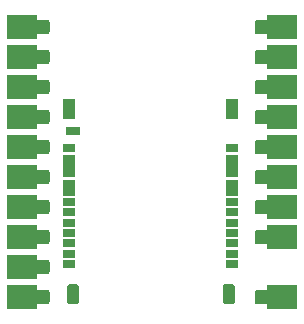
<source format=gts>
G04 #@! TF.GenerationSoftware,KiCad,Pcbnew,9.0.1+1*
G04 #@! TF.CreationDate,2025-11-11T08:29:41+00:00*
G04 #@! TF.ProjectId,sim-and-sd-card,73696d2d-616e-4642-9d73-642d63617264,rev?*
G04 #@! TF.SameCoordinates,Original*
G04 #@! TF.FileFunction,Soldermask,Top*
G04 #@! TF.FilePolarity,Negative*
%FSLAX46Y46*%
G04 Gerber Fmt 4.6, Leading zero omitted, Abs format (unit mm)*
G04 Created by KiCad (PCBNEW 9.0.1+1) date 2025-11-11 08:29:41*
%MOMM*%
%LPD*%
G01*
G04 APERTURE LIST*
%ADD10R,1.000000X1.340000*%
%ADD11R,1.000000X1.940000*%
%ADD12R,1.000000X1.800000*%
%ADD13R,1.000000X1.350000*%
%ADD14R,1.200000X0.700000*%
%ADD15R,1.000000X0.700000*%
%ADD16R,2.540000X2.000000*%
G04 APERTURE END LIST*
G36*
G01*
X51212400Y-59415956D02*
X51212400Y-58060444D01*
G75*
G02*
X51384644Y-57888200I172244J0D01*
G01*
X52090156Y-57888200D01*
G75*
G02*
X52262400Y-58060444I0J-172244D01*
G01*
X52262400Y-59415956D01*
G75*
G02*
X52090156Y-59588200I-172244J0D01*
G01*
X51384644Y-59588200D01*
G75*
G02*
X51212400Y-59415956I0J172244D01*
G01*
G37*
D10*
X51427400Y-49688200D03*
D11*
X51427400Y-47848200D03*
D12*
X51427400Y-43038200D03*
X65237400Y-43038200D03*
D11*
X65237400Y-47848200D03*
D13*
X65237400Y-49688200D03*
G36*
G01*
X65452400Y-58060444D02*
X65452400Y-59415956D01*
G75*
G02*
X65280156Y-59588200I-172244J0D01*
G01*
X64574644Y-59588200D01*
G75*
G02*
X64402400Y-59415956I0J172244D01*
G01*
X64402400Y-58060444D01*
G75*
G02*
X64574644Y-57888200I172244J0D01*
G01*
X65280156Y-57888200D01*
G75*
G02*
X65452400Y-58060444I0J-172244D01*
G01*
G37*
D14*
X51727400Y-44923200D03*
D15*
X65237400Y-56178200D03*
X65237400Y-55298200D03*
X51427400Y-55298200D03*
X51427400Y-56178200D03*
X65237400Y-52658200D03*
X65237400Y-54418200D03*
X51427400Y-54418200D03*
X51427400Y-52658200D03*
X65237400Y-46338200D03*
X65237400Y-50898200D03*
X65237400Y-51778200D03*
X65237400Y-53538200D03*
X51427400Y-53538200D03*
X51427400Y-51778200D03*
X51427400Y-50898200D03*
X51427400Y-46338200D03*
D16*
X69442800Y-58966800D03*
G36*
G01*
X67117800Y-59341800D02*
X67117800Y-58591800D01*
G75*
G02*
X67367800Y-58341800I250000J0D01*
G01*
X68117800Y-58341800D01*
G75*
G02*
X68367800Y-58591800I0J-250000D01*
G01*
X68367800Y-59341800D01*
G75*
G02*
X68117800Y-59591800I-250000J0D01*
G01*
X67367800Y-59591800D01*
G75*
G02*
X67117800Y-59341800I0J250000D01*
G01*
G37*
X69442800Y-53886800D03*
G36*
G01*
X67117800Y-54261800D02*
X67117800Y-53511800D01*
G75*
G02*
X67367800Y-53261800I250000J0D01*
G01*
X68117800Y-53261800D01*
G75*
G02*
X68367800Y-53511800I0J-250000D01*
G01*
X68367800Y-54261800D01*
G75*
G02*
X68117800Y-54511800I-250000J0D01*
G01*
X67367800Y-54511800D01*
G75*
G02*
X67117800Y-54261800I0J250000D01*
G01*
G37*
X69442800Y-51346800D03*
G36*
G01*
X67117800Y-51721800D02*
X67117800Y-50971800D01*
G75*
G02*
X67367800Y-50721800I250000J0D01*
G01*
X68117800Y-50721800D01*
G75*
G02*
X68367800Y-50971800I0J-250000D01*
G01*
X68367800Y-51721800D01*
G75*
G02*
X68117800Y-51971800I-250000J0D01*
G01*
X67367800Y-51971800D01*
G75*
G02*
X67117800Y-51721800I0J250000D01*
G01*
G37*
X69442800Y-48806800D03*
G36*
G01*
X67117800Y-49181800D02*
X67117800Y-48431800D01*
G75*
G02*
X67367800Y-48181800I250000J0D01*
G01*
X68117800Y-48181800D01*
G75*
G02*
X68367800Y-48431800I0J-250000D01*
G01*
X68367800Y-49181800D01*
G75*
G02*
X68117800Y-49431800I-250000J0D01*
G01*
X67367800Y-49431800D01*
G75*
G02*
X67117800Y-49181800I0J250000D01*
G01*
G37*
X69442800Y-46266800D03*
G36*
G01*
X67117800Y-46641800D02*
X67117800Y-45891800D01*
G75*
G02*
X67367800Y-45641800I250000J0D01*
G01*
X68117800Y-45641800D01*
G75*
G02*
X68367800Y-45891800I0J-250000D01*
G01*
X68367800Y-46641800D01*
G75*
G02*
X68117800Y-46891800I-250000J0D01*
G01*
X67367800Y-46891800D01*
G75*
G02*
X67117800Y-46641800I0J250000D01*
G01*
G37*
X69442800Y-43726800D03*
G36*
G01*
X67117800Y-44101800D02*
X67117800Y-43351800D01*
G75*
G02*
X67367800Y-43101800I250000J0D01*
G01*
X68117800Y-43101800D01*
G75*
G02*
X68367800Y-43351800I0J-250000D01*
G01*
X68367800Y-44101800D01*
G75*
G02*
X68117800Y-44351800I-250000J0D01*
G01*
X67367800Y-44351800D01*
G75*
G02*
X67117800Y-44101800I0J250000D01*
G01*
G37*
X69442800Y-41186800D03*
G36*
G01*
X67117800Y-41561800D02*
X67117800Y-40811800D01*
G75*
G02*
X67367800Y-40561800I250000J0D01*
G01*
X68117800Y-40561800D01*
G75*
G02*
X68367800Y-40811800I0J-250000D01*
G01*
X68367800Y-41561800D01*
G75*
G02*
X68117800Y-41811800I-250000J0D01*
G01*
X67367800Y-41811800D01*
G75*
G02*
X67117800Y-41561800I0J250000D01*
G01*
G37*
X69442800Y-38646800D03*
G36*
G01*
X67117800Y-39021800D02*
X67117800Y-38271800D01*
G75*
G02*
X67367800Y-38021800I250000J0D01*
G01*
X68117800Y-38021800D01*
G75*
G02*
X68367800Y-38271800I0J-250000D01*
G01*
X68367800Y-39021800D01*
G75*
G02*
X68117800Y-39271800I-250000J0D01*
G01*
X67367800Y-39271800D01*
G75*
G02*
X67117800Y-39021800I0J250000D01*
G01*
G37*
X69442800Y-36106800D03*
G36*
G01*
X67117800Y-36481800D02*
X67117800Y-35731800D01*
G75*
G02*
X67367800Y-35481800I250000J0D01*
G01*
X68117800Y-35481800D01*
G75*
G02*
X68367800Y-35731800I0J-250000D01*
G01*
X68367800Y-36481800D01*
G75*
G02*
X68117800Y-36731800I-250000J0D01*
G01*
X67367800Y-36731800D01*
G75*
G02*
X67117800Y-36481800I0J250000D01*
G01*
G37*
G36*
G01*
X48517800Y-59341800D02*
X48517800Y-58591800D01*
G75*
G02*
X48767800Y-58341800I250000J0D01*
G01*
X49517800Y-58341800D01*
G75*
G02*
X49767800Y-58591800I0J-250000D01*
G01*
X49767800Y-59341800D01*
G75*
G02*
X49517800Y-59591800I-250000J0D01*
G01*
X48767800Y-59591800D01*
G75*
G02*
X48517800Y-59341800I0J250000D01*
G01*
G37*
X47442800Y-58966800D03*
G36*
G01*
X48517800Y-56801800D02*
X48517800Y-56051800D01*
G75*
G02*
X48767800Y-55801800I250000J0D01*
G01*
X49517800Y-55801800D01*
G75*
G02*
X49767800Y-56051800I0J-250000D01*
G01*
X49767800Y-56801800D01*
G75*
G02*
X49517800Y-57051800I-250000J0D01*
G01*
X48767800Y-57051800D01*
G75*
G02*
X48517800Y-56801800I0J250000D01*
G01*
G37*
X47442800Y-56426800D03*
G36*
G01*
X48517800Y-54261800D02*
X48517800Y-53511800D01*
G75*
G02*
X48767800Y-53261800I250000J0D01*
G01*
X49517800Y-53261800D01*
G75*
G02*
X49767800Y-53511800I0J-250000D01*
G01*
X49767800Y-54261800D01*
G75*
G02*
X49517800Y-54511800I-250000J0D01*
G01*
X48767800Y-54511800D01*
G75*
G02*
X48517800Y-54261800I0J250000D01*
G01*
G37*
X47442800Y-53886800D03*
G36*
G01*
X48517800Y-51721800D02*
X48517800Y-50971800D01*
G75*
G02*
X48767800Y-50721800I250000J0D01*
G01*
X49517800Y-50721800D01*
G75*
G02*
X49767800Y-50971800I0J-250000D01*
G01*
X49767800Y-51721800D01*
G75*
G02*
X49517800Y-51971800I-250000J0D01*
G01*
X48767800Y-51971800D01*
G75*
G02*
X48517800Y-51721800I0J250000D01*
G01*
G37*
X47442800Y-51346800D03*
G36*
G01*
X48517800Y-49181800D02*
X48517800Y-48431800D01*
G75*
G02*
X48767800Y-48181800I250000J0D01*
G01*
X49517800Y-48181800D01*
G75*
G02*
X49767800Y-48431800I0J-250000D01*
G01*
X49767800Y-49181800D01*
G75*
G02*
X49517800Y-49431800I-250000J0D01*
G01*
X48767800Y-49431800D01*
G75*
G02*
X48517800Y-49181800I0J250000D01*
G01*
G37*
X47442800Y-48806800D03*
G36*
G01*
X48517800Y-46641800D02*
X48517800Y-45891800D01*
G75*
G02*
X48767800Y-45641800I250000J0D01*
G01*
X49517800Y-45641800D01*
G75*
G02*
X49767800Y-45891800I0J-250000D01*
G01*
X49767800Y-46641800D01*
G75*
G02*
X49517800Y-46891800I-250000J0D01*
G01*
X48767800Y-46891800D01*
G75*
G02*
X48517800Y-46641800I0J250000D01*
G01*
G37*
X47442800Y-46266800D03*
G36*
G01*
X48517800Y-44101800D02*
X48517800Y-43351800D01*
G75*
G02*
X48767800Y-43101800I250000J0D01*
G01*
X49517800Y-43101800D01*
G75*
G02*
X49767800Y-43351800I0J-250000D01*
G01*
X49767800Y-44101800D01*
G75*
G02*
X49517800Y-44351800I-250000J0D01*
G01*
X48767800Y-44351800D01*
G75*
G02*
X48517800Y-44101800I0J250000D01*
G01*
G37*
X47442800Y-43726800D03*
G36*
G01*
X48517800Y-41561800D02*
X48517800Y-40811800D01*
G75*
G02*
X48767800Y-40561800I250000J0D01*
G01*
X49517800Y-40561800D01*
G75*
G02*
X49767800Y-40811800I0J-250000D01*
G01*
X49767800Y-41561800D01*
G75*
G02*
X49517800Y-41811800I-250000J0D01*
G01*
X48767800Y-41811800D01*
G75*
G02*
X48517800Y-41561800I0J250000D01*
G01*
G37*
X47442800Y-41186800D03*
G36*
G01*
X48517800Y-39021800D02*
X48517800Y-38271800D01*
G75*
G02*
X48767800Y-38021800I250000J0D01*
G01*
X49517800Y-38021800D01*
G75*
G02*
X49767800Y-38271800I0J-250000D01*
G01*
X49767800Y-39021800D01*
G75*
G02*
X49517800Y-39271800I-250000J0D01*
G01*
X48767800Y-39271800D01*
G75*
G02*
X48517800Y-39021800I0J250000D01*
G01*
G37*
X47442800Y-38646800D03*
G36*
G01*
X48517800Y-36481800D02*
X48517800Y-35731800D01*
G75*
G02*
X48767800Y-35481800I250000J0D01*
G01*
X49517800Y-35481800D01*
G75*
G02*
X49767800Y-35731800I0J-250000D01*
G01*
X49767800Y-36481800D01*
G75*
G02*
X49517800Y-36731800I-250000J0D01*
G01*
X48767800Y-36731800D01*
G75*
G02*
X48517800Y-36481800I0J250000D01*
G01*
G37*
X47442800Y-36106800D03*
M02*

</source>
